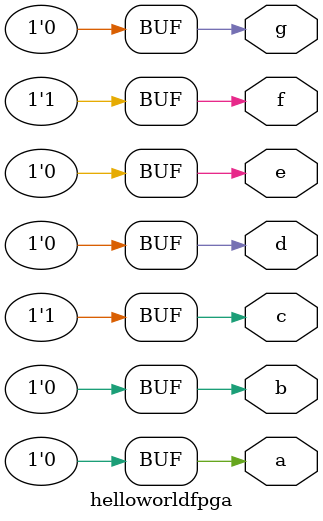
<source format=v>
/*Program for driving a seven segment display
January 18,2021
Code by G V V Sharma
Released under GNU GPL
*/

//declaring the blink module
module helloworldfpga(
                 output a,
                 output b,
                 output c,
             output d,
               output e,
              output f,
               output g

);

assign     a=0;
assign     b=0;
assign     c=1;
assign     d=0;
assign     e=0;
assign     f=1;
assign     g=0;
endmodule
//end of the module








</source>
